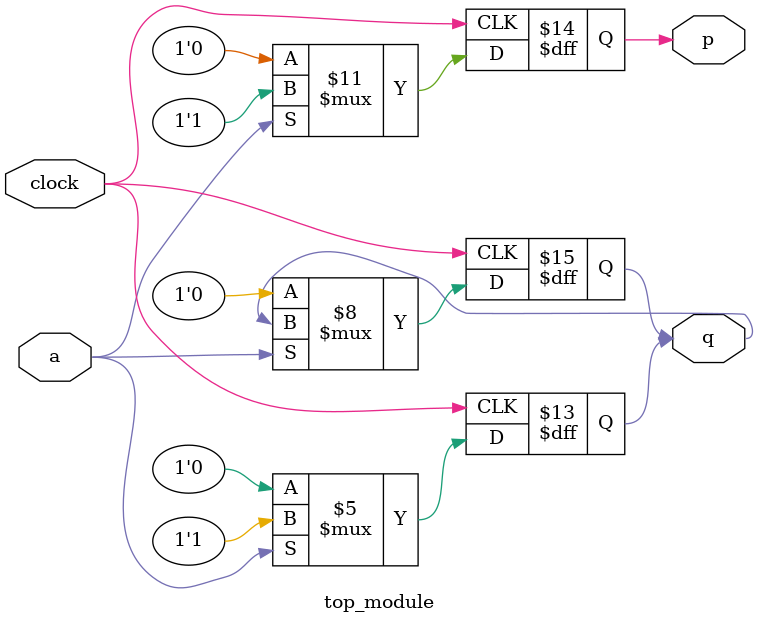
<source format=sv>
module top_module (
    input clock,
    input a, 
    output reg p,
    output reg q
);

always @(posedge clock) begin
    if (!a) begin
        p <= 0;
        q <= 0;
    end
    else begin
        p <= 1;
        q <= q;
    end
end

always @(negedge clock) begin
    if (a) begin
        q <= 1;
    end
    else begin
        q <= 0;
    end
end

endmodule

</source>
